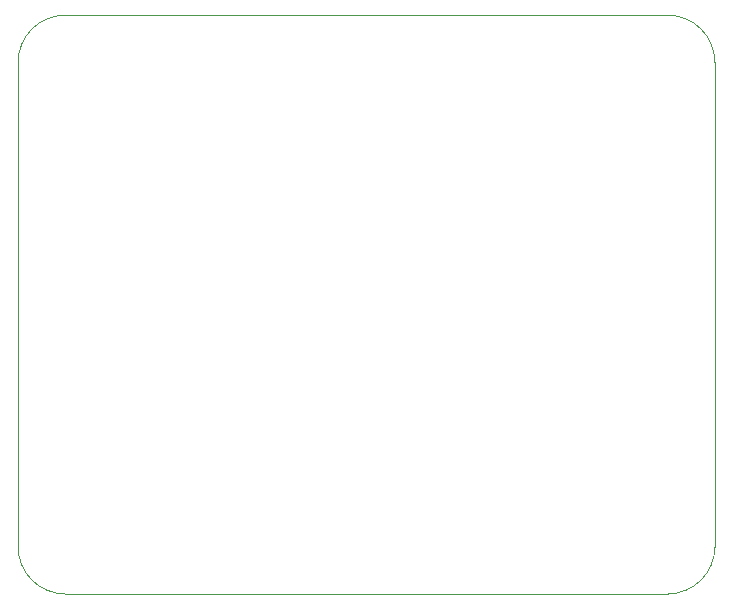
<source format=gm1>
G04 #@! TF.GenerationSoftware,KiCad,Pcbnew,(6.0.1)*
G04 #@! TF.CreationDate,2022-07-25T16:38:57-04:00*
G04 #@! TF.ProjectId,UNI-OPAMP-04,554e492d-4f50-4414-9d50-2d30342e6b69,1*
G04 #@! TF.SameCoordinates,Original*
G04 #@! TF.FileFunction,Profile,NP*
%FSLAX46Y46*%
G04 Gerber Fmt 4.6, Leading zero omitted, Abs format (unit mm)*
G04 Created by KiCad (PCBNEW (6.0.1)) date 2022-07-25 16:38:57*
%MOMM*%
%LPD*%
G01*
G04 APERTURE LIST*
G04 #@! TA.AperFunction,Profile*
%ADD10C,0.100000*%
G04 #@! TD*
G04 APERTURE END LIST*
D10*
X34000000Y-25000000D02*
X85000000Y-25000000D01*
X85000000Y-74000000D02*
G75*
G03*
X89000000Y-70000000I0J4000000D01*
G01*
X89000000Y-29000000D02*
G75*
G03*
X85000000Y-25000000I-4000000J0D01*
G01*
X34000000Y-25000000D02*
G75*
G03*
X30000000Y-29000000I0J-4000000D01*
G01*
X89000000Y-29000000D02*
X89000000Y-70000000D01*
X30000000Y-70000000D02*
G75*
G03*
X34000000Y-74000000I4000000J0D01*
G01*
X85000000Y-74000000D02*
X34000000Y-74000000D01*
X30000000Y-70000000D02*
X30000000Y-29000000D01*
M02*

</source>
